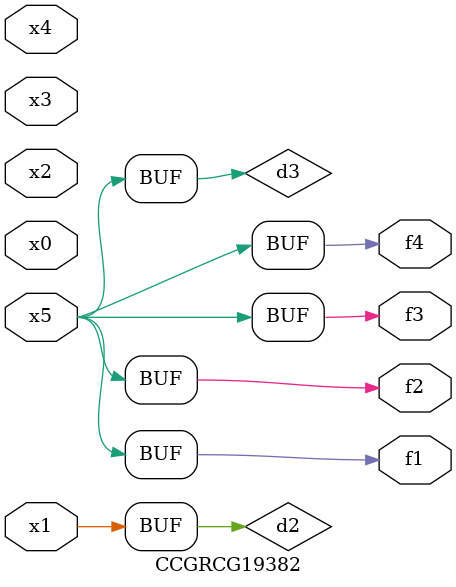
<source format=v>
module CCGRCG19382(
	input x0, x1, x2, x3, x4, x5,
	output f1, f2, f3, f4
);

	wire d1, d2, d3;

	not (d1, x5);
	or (d2, x1);
	xnor (d3, d1);
	assign f1 = d3;
	assign f2 = d3;
	assign f3 = d3;
	assign f4 = d3;
endmodule

</source>
